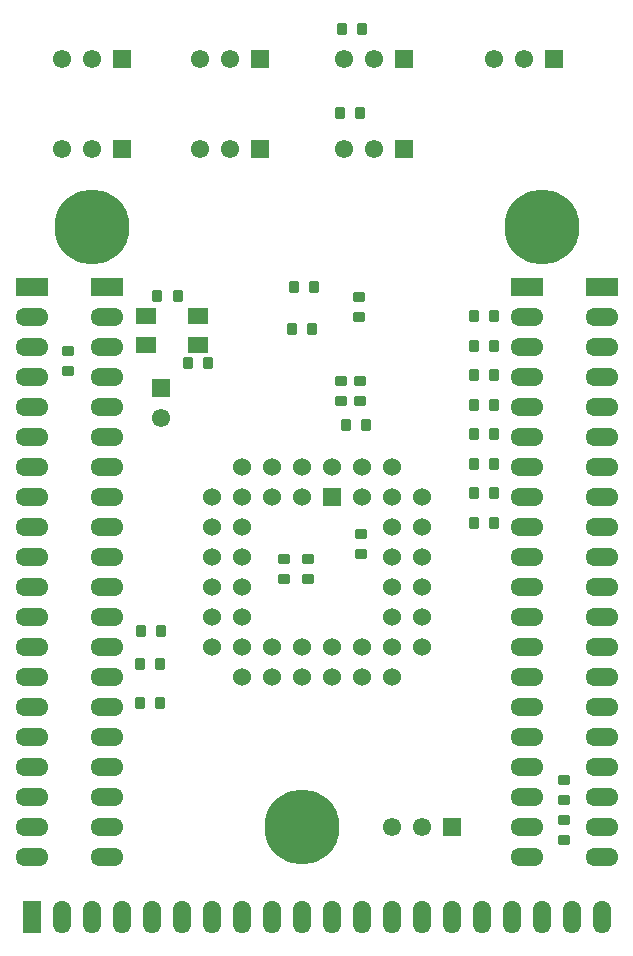
<source format=gbr>
%TF.GenerationSoftware,KiCad,Pcbnew,7.0.2*%
%TF.CreationDate,2023-05-23T14:23:01-07:00*%
%TF.ProjectId,CW308T_87C51,43573330-3854-45f3-9837-4335312e6b69,rev?*%
%TF.SameCoordinates,Original*%
%TF.FileFunction,Soldermask,Bot*%
%TF.FilePolarity,Negative*%
%FSLAX46Y46*%
G04 Gerber Fmt 4.6, Leading zero omitted, Abs format (unit mm)*
G04 Created by KiCad (PCBNEW 7.0.2) date 2023-05-23 14:23:01*
%MOMM*%
%LPD*%
G01*
G04 APERTURE LIST*
G04 Aperture macros list*
%AMRoundRect*
0 Rectangle with rounded corners*
0 $1 Rounding radius*
0 $2 $3 $4 $5 $6 $7 $8 $9 X,Y pos of 4 corners*
0 Add a 4 corners polygon primitive as box body*
4,1,4,$2,$3,$4,$5,$6,$7,$8,$9,$2,$3,0*
0 Add four circle primitives for the rounded corners*
1,1,$1+$1,$2,$3*
1,1,$1+$1,$4,$5*
1,1,$1+$1,$6,$7*
1,1,$1+$1,$8,$9*
0 Add four rect primitives between the rounded corners*
20,1,$1+$1,$2,$3,$4,$5,0*
20,1,$1+$1,$4,$5,$6,$7,0*
20,1,$1+$1,$6,$7,$8,$9,0*
20,1,$1+$1,$8,$9,$2,$3,0*%
G04 Aperture macros list end*
%ADD10R,1.550000X1.550000*%
%ADD11C,1.550000*%
%ADD12R,1.524000X1.524000*%
%ADD13C,1.524000*%
%ADD14R,2.794000X1.524000*%
%ADD15O,2.794000X1.524000*%
%ADD16R,1.524000X2.794000*%
%ADD17O,1.524000X2.794000*%
%ADD18C,6.350000*%
%ADD19RoundRect,0.112500X-0.387500X-0.337500X0.387500X-0.337500X0.387500X0.337500X-0.387500X0.337500X0*%
%ADD20RoundRect,0.112500X-0.337500X0.387500X-0.337500X-0.387500X0.337500X-0.387500X0.337500X0.387500X0*%
%ADD21RoundRect,0.112500X0.337500X-0.387500X0.337500X0.387500X-0.337500X0.387500X-0.337500X-0.387500X0*%
%ADD22RoundRect,0.112500X0.387500X0.337500X-0.387500X0.337500X-0.387500X-0.337500X0.387500X-0.337500X0*%
%ADD23R,1.800000X1.400000*%
G04 APERTURE END LIST*
D10*
%TO.C,J11*%
X83820000Y22860000D03*
D11*
X81280000Y22860000D03*
X78740000Y22860000D03*
%TD*%
D10*
%TO.C,J6*%
X55880000Y80264000D03*
D11*
X53340000Y80264000D03*
X50800000Y80264000D03*
%TD*%
D12*
%TO.C,U1*%
X73660000Y50800000D03*
D13*
X71120000Y53340000D03*
X71120000Y50800000D03*
X68580000Y53340000D03*
X68580000Y50800000D03*
X66040000Y53340000D03*
X63500000Y50800000D03*
X66040000Y50800000D03*
X63500000Y48260000D03*
X66040000Y48260000D03*
X63500000Y45720000D03*
X66040000Y45720000D03*
X63500000Y43180000D03*
X66040000Y43180000D03*
X63500000Y40640000D03*
X66040000Y40640000D03*
X63500000Y38100000D03*
X66040000Y35560000D03*
X66040000Y38100000D03*
X68580000Y35560000D03*
X68580000Y38100000D03*
X71120000Y35560000D03*
X71120000Y38100000D03*
X73660000Y35560000D03*
X73660000Y38100000D03*
X76200000Y35560000D03*
X76200000Y38100000D03*
X78740000Y35560000D03*
X81280000Y38100000D03*
X78740000Y38100000D03*
X81280000Y40640000D03*
X78740000Y40640000D03*
X81280000Y43180000D03*
X78740000Y43180000D03*
X81280000Y45720000D03*
X78740000Y45720000D03*
X81280000Y48260000D03*
X78740000Y48260000D03*
X81280000Y50800000D03*
X78740000Y53340000D03*
X78740000Y50800000D03*
X76200000Y53340000D03*
X76200000Y50800000D03*
X73660000Y53340000D03*
%TD*%
D10*
%TO.C,J1*%
X79756000Y87884000D03*
D11*
X77216000Y87884000D03*
X74676000Y87884000D03*
%TD*%
D14*
%TO.C,J10*%
X48260000Y68580000D03*
D15*
X48260000Y66040000D03*
X48260000Y63500000D03*
X48260000Y60960000D03*
X48260000Y58420000D03*
X48260000Y55880000D03*
X48260000Y53340000D03*
X48260000Y50800000D03*
X48260000Y48260000D03*
X48260000Y45720000D03*
X48260000Y43180000D03*
X48260000Y40640000D03*
X48260000Y38100000D03*
X48260000Y35560000D03*
X48260000Y33020000D03*
X48260000Y30480000D03*
X48260000Y27940000D03*
X48260000Y25400000D03*
X48260000Y22860000D03*
X48260000Y20320000D03*
D16*
X48260000Y15240000D03*
D17*
X50800000Y15240000D03*
X53340000Y15240000D03*
X55880000Y15240000D03*
X58420000Y15240000D03*
X60960000Y15240000D03*
X63500000Y15240000D03*
X66040000Y15240000D03*
X68580000Y15240000D03*
X71120000Y15240000D03*
X73660000Y15240000D03*
X76200000Y15240000D03*
X78740000Y15240000D03*
X81280000Y15240000D03*
X83820000Y15240000D03*
X86360000Y15240000D03*
X88900000Y15240000D03*
X91440000Y15240000D03*
X93980000Y15240000D03*
X96520000Y15240000D03*
D14*
X96520000Y68580000D03*
D15*
X96520000Y66040000D03*
X96520000Y63500000D03*
X96520000Y60960000D03*
X96520000Y58420000D03*
X96520000Y55880000D03*
X96520000Y53340000D03*
X96520000Y50800000D03*
X96520000Y48260000D03*
X96520000Y45720000D03*
X96520000Y43180000D03*
X96520000Y40640000D03*
X96520000Y38100000D03*
X96520000Y35560000D03*
X96520000Y33020000D03*
X96520000Y30480000D03*
X96520000Y27940000D03*
X96520000Y25400000D03*
X96520000Y22860000D03*
X96520000Y20320000D03*
D18*
X53340000Y73660000D03*
X71120000Y22860000D03*
X91440000Y73660000D03*
%TD*%
D14*
%TO.C,J8*%
X90170000Y68580000D03*
D15*
X90170000Y66040000D03*
X90170000Y63500000D03*
X90170000Y60960000D03*
X90170000Y58420000D03*
X90170000Y55880000D03*
X90170000Y53340000D03*
X90170000Y50800000D03*
X90170000Y48260000D03*
X90170000Y45720000D03*
X90170000Y43180000D03*
X90170000Y40640000D03*
X90170000Y38100000D03*
X90170000Y35560000D03*
X90170000Y33020000D03*
X90170000Y30480000D03*
X90170000Y27940000D03*
X90170000Y25400000D03*
X90170000Y22860000D03*
X90170000Y20320000D03*
%TD*%
D10*
%TO.C,J5*%
X67564000Y80264000D03*
D11*
X65024000Y80264000D03*
X62484000Y80264000D03*
%TD*%
D10*
%TO.C,J3*%
X67564000Y87884000D03*
D11*
X65024000Y87884000D03*
X62484000Y87884000D03*
%TD*%
D10*
%TO.C,J4*%
X55880000Y87884000D03*
D11*
X53340000Y87884000D03*
X50800000Y87884000D03*
%TD*%
D10*
%TO.C,J7*%
X79756000Y80264000D03*
D11*
X77216000Y80264000D03*
X74676000Y80264000D03*
%TD*%
D14*
%TO.C,J9*%
X54610000Y68580000D03*
D15*
X54610000Y66040000D03*
X54610000Y63500000D03*
X54610000Y60960000D03*
X54610000Y58420000D03*
X54610000Y55880000D03*
X54610000Y53340000D03*
X54610000Y50800000D03*
X54610000Y48260000D03*
X54610000Y45720000D03*
X54610000Y43180000D03*
X54610000Y40640000D03*
X54610000Y38100000D03*
X54610000Y35560000D03*
X54610000Y33020000D03*
X54610000Y30480000D03*
X54610000Y27940000D03*
X54610000Y25400000D03*
X54610000Y22860000D03*
X54610000Y20320000D03*
%TD*%
D10*
%TO.C,J12*%
X59258200Y60020200D03*
D11*
X59258200Y57480200D03*
%TD*%
D10*
%TO.C,J2*%
X92456000Y87884000D03*
D11*
X89916000Y87884000D03*
X87376000Y87884000D03*
%TD*%
D19*
%TO.C,C2*%
X74422000Y58890810D03*
X74422000Y60590790D03*
%TD*%
D20*
%TO.C,R1*%
X85749990Y66100000D03*
X87450020Y66100000D03*
%TD*%
D19*
%TO.C,R16*%
X93370400Y21705210D03*
X93370400Y23405190D03*
%TD*%
D21*
%TO.C,R19*%
X59117590Y33350200D03*
X57417610Y33350200D03*
%TD*%
D20*
%TO.C,R8*%
X85749990Y48600000D03*
X87450020Y48600000D03*
%TD*%
D21*
%TO.C,R12*%
X72136000Y68580000D03*
X70435980Y68580000D03*
%TD*%
D22*
%TO.C,R11*%
X71628000Y45553990D03*
X71628000Y43854010D03*
%TD*%
D21*
%TO.C,C5*%
X71969990Y65024000D03*
X70270010Y65024000D03*
%TD*%
D20*
%TO.C,R6*%
X85749990Y63600030D03*
X87450020Y63600030D03*
%TD*%
%TO.C,R2*%
X85749990Y58599980D03*
X87450020Y58599980D03*
%TD*%
%TO.C,R10*%
X85749990Y53599990D03*
X87450020Y53599990D03*
%TD*%
D23*
%TO.C,X1*%
X57972600Y66071600D03*
X62372600Y66071600D03*
X62372600Y63671600D03*
X57972600Y63671600D03*
%TD*%
D19*
%TO.C,C8*%
X76000000Y66050010D03*
X76000000Y67749980D03*
%TD*%
D20*
%TO.C,R17*%
X57468410Y36677600D03*
X59168390Y36677600D03*
%TD*%
%TO.C,R7*%
X85749990Y56100020D03*
X87450020Y56100020D03*
%TD*%
D19*
%TO.C,R14*%
X51308000Y61468000D03*
X51308000Y63168020D03*
%TD*%
D21*
%TO.C,C7*%
X63206990Y62103000D03*
X61507010Y62103000D03*
%TD*%
%TO.C,C6*%
X60616190Y67792600D03*
X58916210Y67792600D03*
%TD*%
%TO.C,R13*%
X76541990Y56896000D03*
X74842010Y56896000D03*
%TD*%
D20*
%TO.C,R4*%
X74499980Y90424000D03*
X76200000Y90424000D03*
%TD*%
%TO.C,R18*%
X57519210Y39420800D03*
X59219190Y39420800D03*
%TD*%
D21*
%TO.C,R5*%
X76033990Y83312000D03*
X74334010Y83312000D03*
%TD*%
D20*
%TO.C,R9*%
X85749990Y61100010D03*
X87450020Y61100010D03*
%TD*%
%TO.C,R3*%
X85749990Y51100030D03*
X87450020Y51100030D03*
%TD*%
D19*
%TO.C,C1*%
X76047600Y58865410D03*
X76047600Y60565390D03*
%TD*%
%TO.C,R15*%
X93319600Y25134210D03*
X93319600Y26834190D03*
%TD*%
%TO.C,C4*%
X69596000Y43854010D03*
X69596000Y45553990D03*
%TD*%
%TO.C,C3*%
X76149200Y45962210D03*
X76149200Y47662190D03*
%TD*%
M02*

</source>
